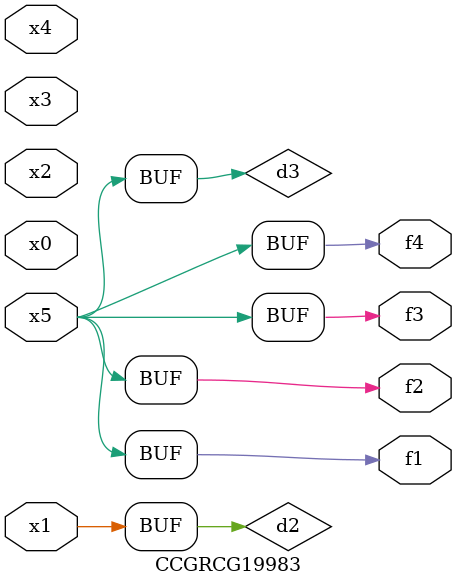
<source format=v>
module CCGRCG19983(
	input x0, x1, x2, x3, x4, x5,
	output f1, f2, f3, f4
);

	wire d1, d2, d3;

	not (d1, x5);
	or (d2, x1);
	xnor (d3, d1);
	assign f1 = d3;
	assign f2 = d3;
	assign f3 = d3;
	assign f4 = d3;
endmodule

</source>
